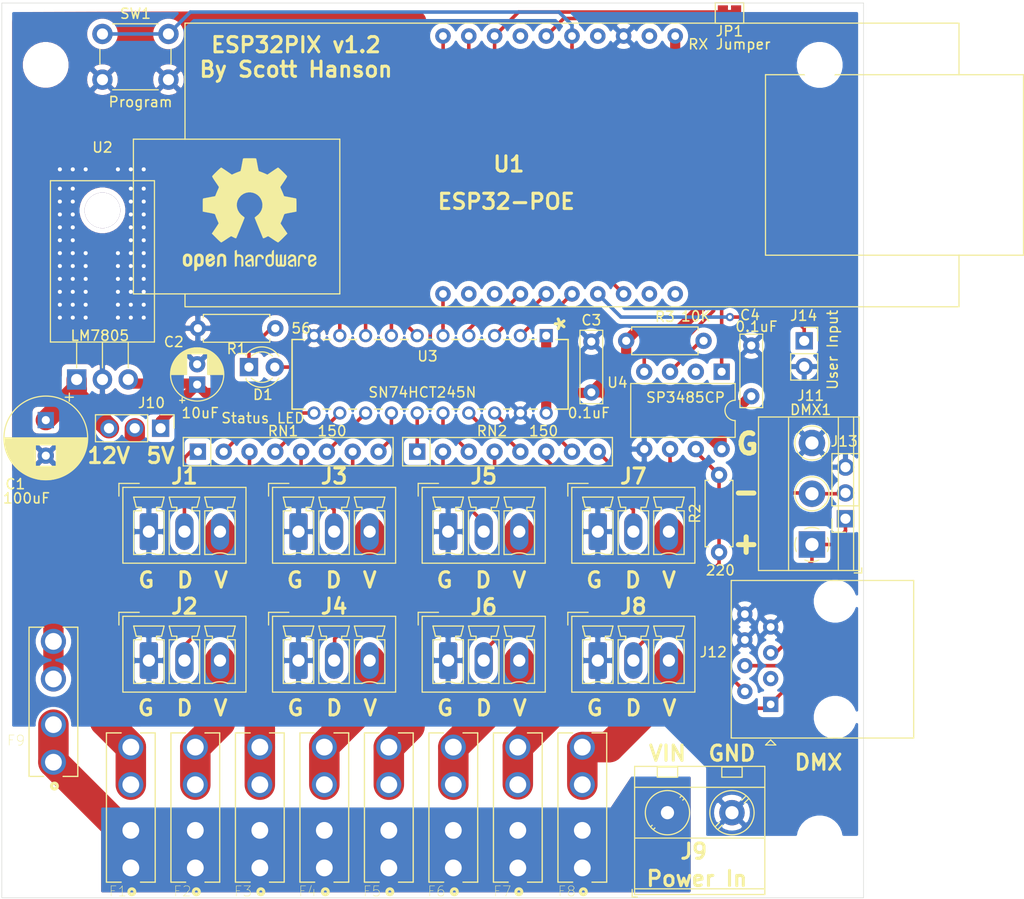
<source format=kicad_pcb>
(kicad_pcb (version 20171130) (host pcbnew "(5.1.9)-1")
  (title_block (title ESP32PIX) (date 2019-06-19) (rev v1.2) (company ScottNation))
  (layers (0 F.Cu signal) (31 B.Cu signal) (34 B.Paste user) (35 F.Paste user) (36 B.SilkS user) (37 F.SilkS user) (38 B.Mask user) (39 F.Mask user) (44 Edge.Cuts user))
  (net 0 "")
  (net 1 GND)
  (net 2 +VDC)
  (net 3 +5V)
  (net 4 /VOUT1)
  (net 5 /VOUT2)
  (net 6 /VOUT3)
  (net 7 /VOUT4)
  (net 8 /VOUT6)
  (net 9 /VOUT7)
  (net 10 /VOUT8)
  (net 11 "Net-(U1-Pad4)")
  (net 12 "Net-(U1-Pad2)")
  (net 13 /VIN)
  (net 14 "Net-(RN1-Pad4)")
  (net 15 "Net-(RN1-Pad2)")
  (net 16 "Net-(RN2-Pad3)")
  (net 17 "Net-(RN2-Pad1)")
  (net 18 "Net-(RN1-Pad8)")
  (net 19 "Net-(RN1-Pad6)")
  (net 20 "Net-(RN2-Pad7)")
  (net 21 "Net-(RN2-Pad5)")
  (net 22 "Net-(D1-Pad1)")
  (net 23 "Net-(U4-Pad2)")
  (net 24 /GPIO5)
  (net 25 "Net-(U1-Pad13)")
  (net 26 "Net-(U1-Pad12)")
  (net 27 "Net-(U1-Pad7)")
  (net 28 /DMX-)
  (net 29 /DMX+)
  (net 30 /GPIO34)
  (net 31 /GPIO35)
  (net 32 /GPIO33)
  (net 33 /GPIO32)
  (net 34 /GPIO16)
  (net 35 /TXD)
  (net 36 /GPIO0)
  (net 37 /DOUT1)
  (net 38 /DOUT2)
  (net 39 /DOUT3)
  (net 40 /DOUT4)
  (net 41 /DOUT5)
  (net 42 /DOUT6)
  (net 43 /DOUT7)
  (net 44 /DOUT8)
  (net 45 /GPIO13)
  (net 46 /GPIO4)
  (net 47 /RXD)
  (net 48 /DE)
  (net 49 /VOUT5)
  (net 50 /9V)
  (net 51 "Net-(U1-Pad20)")
  (net 52 "Net-(U1-Pad19)")
  (net 53 /GPIO3)
  (net 54 /12V)
  (module Connector_PinHeader_2.54mm:PinHeader_1x03_P2.54mm_Vertical (layer F.Cu) (at 131.2 87.1 270)
    (fp_text reference J10 (at -2.5 0.9 180) (layer F.SilkS))
    (fp_text value "Vin Select")
    (pad 3 thru_hole oval (at 0 5.08 270) (size 1.7 1.7) (drill 1) (layers *.Cu *.Mask) (net 54 /12V))
    (pad 2 thru_hole oval (at 0 2.54 270) (size 1.7 1.7) (drill 1) (layers *.Cu *.Mask) (net 13 /VIN))
    (pad 1 thru_hole rect (at 0 0 270) (size 1.7 1.7) (drill 1) (layers *.Cu *.Mask) (net 3 +5V))
  )
  (module Jumper:SolderJumper-2_P1.3mm_Bridged_Pad1.0x1.5mm (layer F.Cu) (at 187.2084 46.1899 180)
    (fp_text reference JP1 (at 0 -1.8 180) (layer F.SilkS))
    (fp_text value "RX Jumper" (at 0.0104 -3.0861 180) (layer F.SilkS))
    (fp_poly (pts (xy -0.25 -0.3) (xy 0.25 -0.3) (xy 0.25 0.3) (xy -0.25 0.3)) (layer F.Cu) (width 0))
    (pad 2 smd rect (at 0.65 0 180) (size 1 1.5) (layers F.Cu F.Mask) (net 53 /GPIO3))
    (pad 1 smd rect (at -0.65 0 180) (size 1 1.5) (layers F.Cu F.Mask) (net 47 /RXD))
  )
  (module Symbol:OSHW-Logo2_14.6x12mm_SilkScreen (layer F.Cu) (at 139.9667 66.0527)
    (fp_text reference REF** hide)
    (fp_text value OSHW-Logo2_14.6x12mm_SilkScreen hide)
  )
  (module ESP32-DEVKITC:XCVR_ESP32-POE (layer F.Cu) (at 176.784 54.8132 270)
    (fp_text reference U1 (at 6.2738 11.303 180) (layer F.SilkS) (effects (font (size 1.5 1.5) (thickness 0.3))))
    (fp_text value ESP32-POE (at 9.9568 11.557 180) (layer F.SilkS) (effects (font (size 1.5 1.5) (thickness 0.3))))
    (pad 20 thru_hole circle (at 19.05 -5.08 270) (size 1.524 1.524) (drill 0.762) (layers *.Cu *.Mask) (net 51 "Net-(U1-Pad20)"))
    (pad 19 thru_hole circle (at 19.05 -2.54 270) (size 1.524 1.524) (drill 0.762) (layers *.Cu *.Mask) (net 52 "Net-(U1-Pad19)"))
    (pad 18 thru_hole circle (at 19.05 0 270) (size 1.524 1.524) (drill 0.762) (layers *.Cu *.Mask) (net 31 /GPIO35))
    (pad 17 thru_hole circle (at 19.05 2.54 270) (size 1.524 1.524) (drill 0.762) (layers *.Cu *.Mask) (net 30 /GPIO34))
    (pad 16 thru_hole circle (at 19.05 5.08 270) (size 1.524 1.524) (drill 0.762) (layers *.Cu *.Mask) (net 32 /GPIO33))
    (pad 15 thru_hole circle (at 19.05 7.62 270) (size 1.524 1.524) (drill 0.762) (layers *.Cu *.Mask) (net 33 /GPIO32))
    (pad 14 thru_hole circle (at 19.05 10.16 270) (size 1.524 1.524) (drill 0.762) (layers *.Cu *.Mask) (net 34 /GPIO16))
    (pad 13 thru_hole circle (at 19.05 12.7 270) (size 1.524 1.524) (drill 0.762) (layers *.Cu *.Mask) (net 25 "Net-(U1-Pad13)"))
    (pad 12 thru_hole circle (at 19.05 15.24 270) (size 1.524 1.524) (drill 0.762) (layers *.Cu *.Mask) (net 26 "Net-(U1-Pad12)"))
    (pad 11 thru_hole circle (at 19.05 17.78 270) (size 1.524 1.524) (drill 0.762) (layers *.Cu *.Mask) (net 45 /GPIO13))
    (pad 10 thru_hole circle (at -6.35 17.78 270) (size 1.524 1.524) (drill 0.762) (layers *.Cu *.Mask) (net 24 /GPIO5))
    (pad 9 thru_hole circle (at -6.35 15.24 270) (size 1.524 1.524) (drill 0.762) (layers *.Cu *.Mask) (net 46 /GPIO4))
    (pad 8 thru_hole circle (at -6.35 12.7 270) (size 1.524 1.524) (drill 0.762) (layers *.Cu *.Mask) (net 53 /GPIO3))
    (pad 7 thru_hole circle (at -6.35 10.16 270) (size 1.524 1.524) (drill 0.762) (layers *.Cu *.Mask) (net 27 "Net-(U1-Pad7)"))
    (pad 6 thru_hole circle (at -6.35 7.62 270) (size 1.524 1.524) (drill 0.762) (layers *.Cu *.Mask) (net 35 /TXD))
    (pad 5 thru_hole circle (at -6.35 5.08 270) (size 1.524 1.524) (drill 0.762) (layers *.Cu *.Mask) (net 36 /GPIO0))
    (pad 4 thru_hole circle (at -6.35 2.54 270) (size 1.524 1.524) (drill 0.762) (layers *.Cu *.Mask) (net 11 "Net-(U1-Pad4)"))
    (pad 3 thru_hole circle (at -6.35 0 270) (size 1.524 1.524) (drill 0.762) (layers *.Cu *.Mask) (net 1 GND))
    (pad 2 thru_hole circle (at -6.35 -2.54 270) (size 1.524 1.524) (drill 0.762) (layers *.Cu *.Mask) (net 12 "Net-(U1-Pad2)"))
    (pad 1 thru_hole circle (at -6.35 -5.08 270) (size 1.524 1.524) (drill 0.762) (layers *.Cu *.Mask) (net 3 +5V))
  )
  (module Connector_PinSocket_2.54mm:PinSocket_1x03_P2.54mm_Vertical (layer F.Cu) (at 198.628 96.012 180)
    (fp_text reference J13 (at 0.127 7.62 180) (layer F.SilkS))
    (fp_text value DMX2)
    (pad 3 thru_hole oval (at 0 5.08 180) (size 1.7 1.7) (drill 1) (layers *.Cu *.Mask) (net 1 GND))
    (pad 2 thru_hole oval (at 0 2.54 180) (size 1.7 1.7) (drill 1) (layers *.Cu *.Mask) (net 28 /DMX-))
    (pad 1 thru_hole rect (at 0 0 180) (size 1.7 1.7) (drill 1) (layers *.Cu *.Mask) (net 29 /DMX+))
  )
  (module Connector_RJ:RJ45_Amphenol_54602-x08_Horizontal (layer F.Cu) (at 191.262 114.3 90)
    (fp_text reference J12 (at 5.1435 -5.6515 180) (layer F.SilkS))
    (fp_text value RJ45)
    (pad 8 thru_hole circle (at 8.89 -2.54 90) (size 1.5 1.5) (drill 0.76) (layers *.Cu *.Mask) (net 1 GND))
    (pad 7 thru_hole circle (at 7.62 0 90) (size 1.5 1.5) (drill 0.76) (layers *.Cu *.Mask) (net 1 GND))
    (pad 6 thru_hole circle (at 6.35 -2.54 90) (size 1.5 1.5) (drill 0.76) (layers *.Cu *.Mask) (net 1 GND))
    (pad 5 thru_hole circle (at 5.08 0 90) (size 1.5 1.5) (drill 0.76) (layers *.Cu *.Mask) (net 28 /DMX-))
    (pad 4 thru_hole circle (at 3.81 -2.54 90) (size 1.5 1.5) (drill 0.76) (layers *.Cu *.Mask) (net 29 /DMX+))
    (pad 3 thru_hole circle (at 2.54 0 90) (size 1.5 1.5) (drill 0.76) (layers *.Cu *.Mask) (net 50 /9V))
    (pad 2 thru_hole circle (at 1.27 -2.54 90) (size 1.5 1.5) (drill 0.76) (layers *.Cu *.Mask) (net 28 /DMX-))
    (pad 1 thru_hole rect (at 0 0 90) (size 1.5 1.5) (drill 0.76) (layers *.Cu *.Mask) (net 29 /DMX+))
    (pad "" np_thru_hole circle (at -1.27 6.35 90) (size 3.2 3.2) (drill 3.2) (layers *.Cu *.Mask))
    (pad "" np_thru_hole circle (at 10.16 6.35 90) (size 3.2 3.2) (drill 3.2) (layers *.Cu *.Mask))
  )
  (module Resistor_THT:R_Axial_DIN0207_L6.3mm_D2.5mm_P7.62mm_Horizontal (layer F.Cu) (at 177.038 78.486)
    (fp_text reference R3 (at 3.81 -2.37) (layer F.SilkS))
    (fp_text value 10K (at 6.858 -2.413) (layer F.SilkS))
    (pad 2 thru_hole oval (at 7.62 0) (size 1.6 1.6) (drill 0.8) (layers *.Cu *.Mask) (net 48 /DE))
    (pad 1 thru_hole circle (at 0 0) (size 1.6 1.6) (drill 0.8) (layers *.Cu *.Mask) (net 3 +5V))
  )
  (module LED_THT:LED_D3.0mm (layer F.Cu) (at 139.9032 81.0768)
    (fp_text reference D1 (at 1.3716 2.7178) (layer F.SilkS))
    (fp_text value "Status LED" (at 1.3716 5.0232) (layer F.SilkS))
    (pad 2 thru_hole circle (at 2.54 0) (size 1.8 1.8) (drill 0.9) (layers *.Cu *.Mask) (net 31 /GPIO35))
    (pad 1 thru_hole rect (at 0 0) (size 1.8 1.8) (drill 0.9) (layers *.Cu *.Mask) (net 22 "Net-(D1-Pad1)"))
  )
  (module Resistor_THT:R_Axial_DIN0207_L6.3mm_D2.5mm_P7.62mm_Horizontal (layer F.Cu) (at 142.494 77.2541 180)
    (fp_text reference R1 (at 3.81 -2.032 180) (layer F.SilkS))
    (fp_text value 56 (at -2.54 0) (layer F.SilkS))
    (pad 2 thru_hole oval (at 7.62 0 180) (size 1.6 1.6) (drill 0.8) (layers *.Cu *.Mask) (net 1 GND))
    (pad 1 thru_hole circle (at 0 0 180) (size 1.6 1.6) (drill 0.8) (layers *.Cu *.Mask) (net 22 "Net-(D1-Pad1)"))
  )
  (module Connector_PinSocket_2.54mm:PinSocket_1x02_P2.54mm_Vertical (layer F.Cu) (at 194.564 78.486)
    (fp_text reference J14 (at -0.0508 -2.4765) (layer F.SilkS))
    (fp_text value "User Input" (at 2.794 0.889 90) (layer F.SilkS))
    (pad 1 thru_hole rect (at 0 0) (size 1.7 1.7) (drill 1) (layers *.Cu *.Mask) (net 30 /GPIO34))
    (pad 2 thru_hole oval (at 0 2.54) (size 1.7 1.7) (drill 1) (layers *.Cu *.Mask) (net 1 GND))
  )
  (module Buttons_Switches_THT:SW_PUSH_6mm (layer F.Cu) (at 125.476 48.26)
    (fp_text reference SW1 (at 3.25 -2) (layer F.SilkS))
    (fp_text value Program (at 3.75 6.7) (layer F.SilkS))
    (pad 2 thru_hole circle (at 0 4.5 90) (size 2 2) (drill 1.1) (layers *.Cu *.Mask) (net 1 GND))
    (pad 1 thru_hole circle (at 0 0 90) (size 2 2) (drill 1.1) (layers *.Cu *.Mask) (net 36 /GPIO0))
    (pad 2 thru_hole circle (at 6.5 4.5 90) (size 2 2) (drill 1.1) (layers *.Cu *.Mask) (net 1 GND))
    (pad 1 thru_hole circle (at 6.5 0 90) (size 2 2) (drill 1.1) (layers *.Cu *.Mask) (net 36 /GPIO0))
  )
  (module Package_DIP:DIP-8_W7.62mm (layer F.Cu) (at 186.436 81.534 270)
    (fp_text reference U4 (at 1.0668 10.2616) (layer F.SilkS))
    (fp_text value SP3485CP (at 2.54 3.556) (layer F.SilkS))
    (pad 8 thru_hole oval (at 7.62 0 270) (size 1.6 1.6) (drill 0.8) (layers *.Cu *.Mask) (net 3 +5V))
    (pad 4 thru_hole oval (at 0 7.62 270) (size 1.6 1.6) (drill 0.8) (layers *.Cu *.Mask) (net 35 /TXD))
    (pad 7 thru_hole oval (at 7.62 2.54 270) (size 1.6 1.6) (drill 0.8) (layers *.Cu *.Mask) (net 28 /DMX-))
    (pad 3 thru_hole oval (at 0 5.08 270) (size 1.6 1.6) (drill 0.8) (layers *.Cu *.Mask) (net 48 /DE))
    (pad 6 thru_hole oval (at 7.62 5.08 270) (size 1.6 1.6) (drill 0.8) (layers *.Cu *.Mask) (net 29 /DMX+))
    (pad 2 thru_hole oval (at 0 2.54 270) (size 1.6 1.6) (drill 0.8) (layers *.Cu *.Mask) (net 23 "Net-(U4-Pad2)"))
    (pad 5 thru_hole oval (at 7.62 7.62 270) (size 1.6 1.6) (drill 0.8) (layers *.Cu *.Mask) (net 1 GND))
    (pad 1 thru_hole rect (at 0 0 270) (size 1.6 1.6) (drill 0.8) (layers *.Cu *.Mask) (net 47 /RXD))
  )
  (module Resistor_THT:R_Axial_DIN0207_L6.3mm_D2.5mm_P7.62mm_Horizontal (layer F.Cu) (at 186.182 99.314 90)
    (fp_text reference R2 (at 3.81 -2.37 90) (layer F.SilkS))
    (fp_text value 220 (at -1.778 0.127 180) (layer F.SilkS))
    (pad 2 thru_hole oval (at 7.62 0 90) (size 1.6 1.6) (drill 0.8) (layers *.Cu *.Mask) (net 28 /DMX-))
    (pad 1 thru_hole circle (at 0 0 90) (size 1.6 1.6) (drill 0.8) (layers *.Cu *.Mask) (net 29 /DMX+))
  )
  (module TerminalBlock_Phoenix:TerminalBlock_Phoenix_MKDS-1,5-3_1x03_P5.00mm_Horizontal (layer F.Cu) (at 195.326 98.552 90)
    (fp_text reference J11 (at 14.6685 -0.127 180) (layer F.SilkS))
    (fp_text value DMX1 (at 13.2715 -0.127 180) (layer F.SilkS))
    (pad 3 thru_hole circle (at 10 0 90) (size 2.6 2.6) (drill 1.3) (layers *.Cu *.Mask) (net 1 GND))
    (pad 2 thru_hole circle (at 5 0 90) (size 2.6 2.6) (drill 1.3) (layers *.Cu *.Mask) (net 28 /DMX-))
    (pad 1 thru_hole rect (at 0 0 90) (size 2.6 2.6) (drill 1.3) (layers *.Cu *.Mask) (net 29 /DMX+))
  )
  (module Capacitor_THT:C_Rect_L7.0mm_W2.0mm_P5.00mm (layer F.Cu) (at 189.357 83.947 90)
    (fp_text reference C4 (at 8.001 -0.127 180) (layer F.SilkS))
    (fp_text value 0.1uF (at 6.858 0.508 180) (layer F.SilkS))
    (pad 2 thru_hole circle (at 5 0 90) (size 1.6 1.6) (drill 0.8) (layers *.Cu *.Mask) (net 1 GND))
    (pad 1 thru_hole circle (at 0 0 90) (size 1.6 1.6) (drill 0.8) (layers *.Cu *.Mask) (net 3 +5V))
  )
  (module Package_TO_SOT_THT:TO-220-3_Horizontal_TabDown (layer F.Cu) (at 122.936 82.296)
    (fp_text reference U2 (at 2.54 -22.86) (layer F.SilkS))
    (fp_text value LM7805 (at 2.286 -4.318) (layer F.SilkS))
    (pad 3 thru_hole oval (at 5.08 0) (size 1.905 2) (drill 1.1) (layers *.Cu *.Mask) (net 3 +5V))
    (pad 2 thru_hole oval (at 2.54 0) (size 1.905 2) (drill 1.1) (layers *.Cu *.Mask) (net 1 GND))
    (pad 1 thru_hole rect (at 0 0) (size 1.905 2) (drill 1.1) (layers *.Cu *.Mask) (net 54 /12V))
    (pad "" thru_hole oval (at 2.54 -16.66) (size 3.5 3.5) (drill 3.5) (layers *.Cu *.Mask))
  )
  (module Connector_Phoenix_MC:PhoenixContact_MCV_1,5_3-G-3.5_1x03_P3.50mm_Vertical (layer F.Cu) (at 130.048 109.982)
    (fp_text reference J2 (at 3.5 -5.334) (layer F.SilkS) (effects (font (size 1.5 1.5) (thickness 0.3))))
    (fp_text value String2)
    (pad 3 thru_hole oval (at 7 0) (size 1.8 3.6) (drill 1.2) (layers *.Cu *.Mask) (net 5 /VOUT2))
    (pad 2 thru_hole oval (at 3.5 0) (size 1.8 3.6) (drill 1.2) (layers *.Cu *.Mask) (net 38 /DOUT2))
    (pad 1 thru_hole roundrect (at 0 0) (size 1.8 3.6) (drill 1.2) (layers *.Cu *.Mask) (roundrect_rratio 0.1388888888888889) (net 1 GND))
  )
  (module Connector_Phoenix_MC:PhoenixContact_MCV_1,5_3-G-3.5_1x03_P3.50mm_Vertical (layer F.Cu) (at 159.512 109.982)
    (fp_text reference J6 (at 3.5 -5.2832) (layer F.SilkS) (effects (font (size 1.5 1.5) (thickness 0.3))))
    (fp_text value String6)
    (pad 3 thru_hole oval (at 7 0) (size 1.8 3.6) (drill 1.2) (layers *.Cu *.Mask) (net 8 /VOUT6))
    (pad 2 thru_hole oval (at 3.5 0) (size 1.8 3.6) (drill 1.2) (layers *.Cu *.Mask) (net 42 /DOUT6))
    (pad 1 thru_hole roundrect (at 0 0) (size 1.8 3.6) (drill 1.2) (layers *.Cu *.Mask) (roundrect_rratio 0.1388888888888889) (net 1 GND))
  )
  (module Connector_Phoenix_MC:PhoenixContact_MCV_1,5_3-G-3.5_1x03_P3.50mm_Vertical (layer F.Cu) (at 144.78 109.982)
    (fp_text reference J4 (at 3.5 -5.334) (layer F.SilkS) (effects (font (size 1.5 1.5) (thickness 0.3))))
    (fp_text value String4)
    (pad 3 thru_hole oval (at 7 0) (size 1.8 3.6) (drill 1.2) (layers *.Cu *.Mask) (net 7 /VOUT4))
    (pad 2 thru_hole oval (at 3.5 0) (size 1.8 3.6) (drill 1.2) (layers *.Cu *.Mask) (net 40 /DOUT4))
    (pad 1 thru_hole roundrect (at 0 0) (size 1.8 3.6) (drill 1.2) (layers *.Cu *.Mask) (roundrect_rratio 0.1388888888888889) (net 1 GND))
  )
  (module Connector_Phoenix_MC:PhoenixContact_MCV_1,5_3-G-3.5_1x03_P3.50mm_Vertical (layer F.Cu) (at 174.244 109.982)
    (fp_text reference J8 (at 3.5 -5.334) (layer F.SilkS) (effects (font (size 1.5 1.5) (thickness 0.3))))
    (fp_text value String8)
    (pad 3 thru_hole oval (at 7 0) (size 1.8 3.6) (drill 1.2) (layers *.Cu *.Mask) (net 10 /VOUT8))
    (pad 2 thru_hole oval (at 3.5 0) (size 1.8 3.6) (drill 1.2) (layers *.Cu *.Mask) (net 44 /DOUT8))
    (pad 1 thru_hole roundrect (at 0 0) (size 1.8 3.6) (drill 1.2) (layers *.Cu *.Mask) (roundrect_rratio 0.1388888888888889) (net 1 GND))
  )
  (module Resistor_THT:R_Array_SIP8 (layer F.Cu) (at 156.464 89.408)
    (fp_text reference RN2 (at 7.366 -2.032) (layer F.SilkS))
    (fp_text value 150 (at 12.446 -2.032) (layer F.SilkS))
    (pad 8 thru_hole oval (at 17.78 0) (size 1.6 1.6) (drill 0.8) (layers *.Cu *.Mask) (net 44 /DOUT8))
    (pad 7 thru_hole oval (at 15.24 0) (size 1.6 1.6) (drill 0.8) (layers *.Cu *.Mask) (net 20 "Net-(RN2-Pad7)"))
    (pad 6 thru_hole oval (at 12.7 0) (size 1.6 1.6) (drill 0.8) (layers *.Cu *.Mask) (net 43 /DOUT7))
    (pad 5 thru_hole oval (at 10.16 0) (size 1.6 1.6) (drill 0.8) (layers *.Cu *.Mask) (net 21 "Net-(RN2-Pad5)"))
    (pad 4 thru_hole oval (at 7.62 0) (size 1.6 1.6) (drill 0.8) (layers *.Cu *.Mask) (net 42 /DOUT6))
    (pad 3 thru_hole oval (at 5.08 0) (size 1.6 1.6) (drill 0.8) (layers *.Cu *.Mask) (net 16 "Net-(RN2-Pad3)"))
    (pad 2 thru_hole oval (at 2.54 0) (size 1.6 1.6) (drill 0.8) (layers *.Cu *.Mask) (net 41 /DOUT5))
    (pad 1 thru_hole rect (at 0 0) (size 1.6 1.6) (drill 0.8) (layers *.Cu *.Mask) (net 17 "Net-(RN2-Pad1)"))
  )
  (module Resistor_THT:R_Array_SIP8 (layer F.Cu) (at 134.874 89.408)
    (fp_text reference RN1 (at 8.382 -2.032) (layer F.SilkS))
    (fp_text value 150 (at 13.208 -2.032) (layer F.SilkS))
    (pad 8 thru_hole oval (at 17.78 0) (size 1.6 1.6) (drill 0.8) (layers *.Cu *.Mask) (net 18 "Net-(RN1-Pad8)"))
    (pad 7 thru_hole oval (at 15.24 0) (size 1.6 1.6) (drill 0.8) (layers *.Cu *.Mask) (net 40 /DOUT4))
    (pad 6 thru_hole oval (at 12.7 0) (size 1.6 1.6) (drill 0.8) (layers *.Cu *.Mask) (net 19 "Net-(RN1-Pad6)"))
    (pad 5 thru_hole oval (at 10.16 0) (size 1.6 1.6) (drill 0.8) (layers *.Cu *.Mask) (net 39 /DOUT3))
    (pad 4 thru_hole oval (at 7.62 0) (size 1.6 1.6) (drill 0.8) (layers *.Cu *.Mask) (net 14 "Net-(RN1-Pad4)"))
    (pad 3 thru_hole oval (at 5.08 0) (size 1.6 1.6) (drill 0.8) (layers *.Cu *.Mask) (net 38 /DOUT2))
    (pad 2 thru_hole oval (at 2.54 0) (size 1.6 1.6) (drill 0.8) (layers *.Cu *.Mask) (net 15 "Net-(RN1-Pad2)"))
    (pad 1 thru_hole rect (at 0 0) (size 1.6 1.6) (drill 0.8) (layers *.Cu *.Mask) (net 37 /DOUT1))
  )
  (module Capacitor_THT:C_Rect_L7.0mm_W2.0mm_P5.00mm (layer F.Cu) (at 173.609 83.566 90)
    (fp_text reference C3 (at 7.112 0 180) (layer F.SilkS))
    (fp_text value 0.1uF (at -2.032 -0.254 180) (layer F.SilkS))
    (pad 2 thru_hole circle (at 5 0 90) (size 1.6 1.6) (drill 0.8) (layers *.Cu *.Mask) (net 1 GND))
    (pad 1 thru_hole circle (at 0 0 90) (size 1.6 1.6) (drill 0.8) (layers *.Cu *.Mask) (net 3 +5V))
  )
  (module MountingHole:MountingHole_3.5mm (layer F.Cu) (at 119.888 51.308)
    (fp_text reference H1)
    (fp_text value MountingHole_3.5mm)
    (pad 1 np_thru_hole circle (at 0 0) (size 3.5 3.5) (drill 3.5) (layers *.Cu *.Mask))
  )
  (module MountingHole:MountingHole_3.5mm (layer F.Cu) (at 119.888 127.508)
    (fp_text reference H3)
    (fp_text value MountingHole_3.5mm)
    (pad 1 np_thru_hole circle (at 0 0) (size 3.5 3.5) (drill 3.5) (layers *.Cu *.Mask))
  )
  (module MountingHole:MountingHole_3.5mm (layer F.Cu) (at 196.088 51.308)
    (fp_text reference H2)
    (fp_text value MountingHole_3.5mm)
    (pad 1 np_thru_hole circle (at 0 0) (size 3.5 3.5) (drill 3.5) (layers *.Cu *.Mask))
  )
  (module MountingHole:MountingHole_3.5mm (layer F.Cu) (at 196.088 127.508)
    (fp_text reference H4)
    (fp_text value MountingHole_3.5mm)
    (pad 1 np_thru_hole circle (at 0 0) (size 3.5 3.5) (drill 3.5) (layers *.Cu *.Mask))
  )
  (module Capacitor_THT:CP_Radial_D8.0mm_P3.50mm (layer F.Cu) (at 119.9 86.3 270)
    (fp_text reference C1 (at 6.3 3) (layer F.SilkS))
    (fp_text value 100uF (at 7.7 1.9) (layer F.SilkS))
    (pad 2 thru_hole circle (at 3.5 0 270) (size 1.6 1.6) (drill 0.8) (layers *.Cu *.Mask) (net 1 GND))
    (pad 1 thru_hole rect (at 0 0 270) (size 1.6 1.6) (drill 0.8) (layers *.Cu *.Mask) (net 54 /12V))
  )
  (module Keystone_Fuse:FUSE_3544-2 (layer F.Cu) (at 120.65 114.046 90)
    (fp_text reference F9 (at -3.81 -3.683) (layer F.SilkS) (effects (font (thickness 0.05))))
    (fp_text value 3544-2)
    (pad 2_2 thru_hole circle (at 5.95 0 90) (size 2.475 2.475) (drill 1.65) (layers *.Cu *.Mask) (net 13 /VIN))
    (pad 1_1 thru_hole circle (at -5.95 0 90) (size 2.475 2.475) (drill 1.65) (layers *.Cu *.Mask) (net 2 +VDC))
    (pad 2_1 thru_hole circle (at 2.25 0 90) (size 2.475 2.475) (drill 1.65) (layers *.Cu *.Mask) (net 13 /VIN))
    (pad 1_2 thru_hole circle (at -2.25 0 90) (size 2.475 2.475) (drill 1.65) (layers *.Cu *.Mask) (net 2 +VDC))
  )
  (module SN74HCT245N:SN74HCT245N (layer F.Cu) (at 146.304 85.598 270)
    (fp_text reference U3 (at -5.588 -11.176) (layer F.SilkS))
    (fp_text value SN74HCT245N (at -2.032 -10.668) (layer F.SilkS))
    (fp_text user * (at -8.7884 -24.8412 270) (layer F.SilkS) (effects (font (size 2 2) (thickness 0.3))))
    (pad 20 thru_hole circle (at 0 -22.86 270) (size 1.2954 1.2954) (drill 0.7874) (layers *.Cu *.Mask) (net 3 +5V))
    (pad 19 thru_hole circle (at 0 -20.32 270) (size 1.2954 1.2954) (drill 0.7874) (layers *.Cu *.Mask) (net 1 GND))
    (pad 18 thru_hole circle (at 0 -17.78 270) (size 1.2954 1.2954) (drill 0.7874) (layers *.Cu *.Mask) (net 20 "Net-(RN2-Pad7)"))
    (pad 17 thru_hole circle (at 0 -15.24 270) (size 1.2954 1.2954) (drill 0.7874) (layers *.Cu *.Mask) (net 21 "Net-(RN2-Pad5)"))
    (pad 16 thru_hole circle (at 0 -12.7 270) (size 1.2954 1.2954) (drill 0.7874) (layers *.Cu *.Mask) (net 16 "Net-(RN2-Pad3)"))
    (pad 15 thru_hole circle (at 0 -10.16 270) (size 1.2954 1.2954) (drill 0.7874) (layers *.Cu *.Mask) (net 17 "Net-(RN2-Pad1)"))
    (pad 14 thru_hole circle (at 0 -7.62 270) (size 1.2954 1.2954) (drill 0.7874) (layers *.Cu *.Mask) (net 18 "Net-(RN1-Pad8)"))
    (pad 13 thru_hole circle (at 0 -5.08 270) (size 1.2954 1.2954) (drill 0.7874) (layers *.Cu *.Mask) (net 19 "Net-(RN1-Pad6)"))
    (pad 12 thru_hole circle (at 0 -2.54 270) (size 1.2954 1.2954) (drill 0.7874) (layers *.Cu *.Mask) (net 14 "Net-(RN1-Pad4)"))
    (pad 11 thru_hole circle (at 0 0 270) (size 1.2954 1.2954) (drill 0.7874) (layers *.Cu *.Mask) (net 15 "Net-(RN1-Pad2)"))
    (pad 10 thru_hole circle (at -7.62 0 270) (size 1.2954 1.2954) (drill 0.7874) (layers *.Cu *.Mask) (net 1 GND))
    (pad 9 thru_hole circle (at -7.62 -2.54 270) (size 1.2954 1.2954) (drill 0.7874) (layers *.Cu *.Mask) (net 24 /GPIO5))
    (pad 8 thru_hole circle (at -7.62 -5.08 270) (size 1.2954 1.2954) (drill 0.7874) (layers *.Cu *.Mask) (net 46 /GPIO4))
    (pad 7 thru_hole circle (at -7.62 -7.62 270) (size 1.2954 1.2954) (drill 0.7874) (layers *.Cu *.Mask) (net 53 /GPIO3))
    (pad 6 thru_hole circle (at -7.62 -10.16 270) (size 1.2954 1.2954) (drill 0.7874) (layers *.Cu *.Mask) (net 36 /GPIO0))
    (pad 5 thru_hole circle (at -7.62 -12.7 270) (size 1.2954 1.2954) (drill 0.7874) (layers *.Cu *.Mask) (net 45 /GPIO13))
    (pad 4 thru_hole circle (at -7.62 -15.24 270) (size 1.2954 1.2954) (drill 0.7874) (layers *.Cu *.Mask) (net 34 /GPIO16))
    (pad 3 thru_hole circle (at -7.62 -17.78 270) (size 1.2954 1.2954) (drill 0.7874) (layers *.Cu *.Mask) (net 33 /GPIO32))
    (pad 2 thru_hole circle (at -7.62 -20.32 270) (size 1.2954 1.2954) (drill 0.7874) (layers *.Cu *.Mask) (net 32 /GPIO33))
    (pad 1 thru_hole rect (at -7.62 -22.86 270) (size 1.2954 1.2954) (drill 0.7874) (layers *.Cu *.Mask) (net 3 +5V))
  )
  (module Keystone_Fuse:FUSE_3544-2 (layer F.Cu) (at 128.27 124.46 90)
    (fp_text reference F1 (at -8.255 -1.27 180) (layer F.SilkS) (effects (font (thickness 0.05))))
    (fp_text value 3544-2)
    (pad 2_2 thru_hole circle (at 5.95 0 90) (size 2.475 2.475) (drill 1.65) (layers *.Cu *.Mask) (net 4 /VOUT1))
    (pad 1_1 thru_hole circle (at -5.95 0 90) (size 2.475 2.475) (drill 1.65) (layers *.Cu *.Mask) (net 2 +VDC))
    (pad 2_1 thru_hole circle (at 2.25 0 90) (size 2.475 2.475) (drill 1.65) (layers *.Cu *.Mask) (net 4 /VOUT1))
    (pad 1_2 thru_hole circle (at -2.25 0 90) (size 2.475 2.475) (drill 1.65) (layers *.Cu *.Mask) (net 2 +VDC))
  )
  (module Connector_Phoenix_MC:PhoenixContact_MCV_1,5_3-G-3.5_1x03_P3.50mm_Vertical (layer F.Cu) (at 174.244 97.282)
    (fp_text reference J7 (at 3.5 -5.45) (layer F.SilkS) (effects (font (size 1.5 1.5) (thickness 0.3))))
    (fp_text value String7)
    (pad 3 thru_hole oval (at 7 0) (size 1.8 3.6) (drill 1.2) (layers *.Cu *.Mask) (net 9 /VOUT7))
    (pad 2 thru_hole oval (at 3.5 0) (size 1.8 3.6) (drill 1.2) (layers *.Cu *.Mask) (net 43 /DOUT7))
    (pad 1 thru_hole roundrect (at 0 0) (size 1.8 3.6) (drill 1.2) (layers *.Cu *.Mask) (roundrect_rratio 0.1388888888888889) (net 1 GND))
  )
  (module Keystone_Fuse:FUSE_3544-2 (layer F.Cu) (at 172.72 124.46 90)
    (fp_text reference F8 (at -8.255 -1.524 180) (layer F.SilkS) (effects (font (thickness 0.05))))
    (fp_text value 3544-2)
    (pad 2_2 thru_hole circle (at 5.95 0 90) (size 2.475 2.475) (drill 1.65) (layers *.Cu *.Mask) (net 10 /VOUT8))
    (pad 1_1 thru_hole circle (at -5.95 0 90) (size 2.475 2.475) (drill 1.65) (layers *.Cu *.Mask) (net 2 +VDC))
    (pad 2_1 thru_hole circle (at 2.25 0 90) (size 2.475 2.475) (drill 1.65) (layers *.Cu *.Mask) (net 10 /VOUT8))
    (pad 1_2 thru_hole circle (at -2.25 0 90) (size 2.475 2.475) (drill 1.65) (layers *.Cu *.Mask) (net 2 +VDC))
  )
  (module Keystone_Fuse:FUSE_3544-2 (layer F.Cu) (at 166.37 124.46 90)
    (fp_text reference F7 (at -8.255 -1.524 180) (layer F.SilkS) (effects (font (thickness 0.05))))
    (fp_text value 3544-2)
    (pad 2_2 thru_hole circle (at 5.95 0 90) (size 2.475 2.475) (drill 1.65) (layers *.Cu *.Mask) (net 9 /VOUT7))
    (pad 1_1 thru_hole circle (at -5.95 0 90) (size 2.475 2.475) (drill 1.65) (layers *.Cu *.Mask) (net 2 +VDC))
    (pad 2_1 thru_hole circle (at 2.25 0 90) (size 2.475 2.475) (drill 1.65) (layers *.Cu *.Mask) (net 9 /VOUT7))
    (pad 1_2 thru_hole circle (at -2.25 0 90) (size 2.475 2.475) (drill 1.65) (layers *.Cu *.Mask) (net 2 +VDC))
  )
  (module Keystone_Fuse:FUSE_3544-2 (layer F.Cu) (at 160.02 124.46 90)
    (fp_text reference F6 (at -8.255 -1.651 180) (layer F.SilkS) (effects (font (thickness 0.05))))
    (fp_text value 3544-2)
    (pad 2_2 thru_hole circle (at 5.95 0 90) (size 2.475 2.475) (drill 1.65) (layers *.Cu *.Mask) (net 8 /VOUT6))
    (pad 1_1 thru_hole circle (at -5.95 0 90) (size 2.475 2.475) (drill 1.65) (layers *.Cu *.Mask) (net 2 +VDC))
    (pad 2_1 thru_hole circle (at 2.25 0 90) (size 2.475 2.475) (drill 1.65) (layers *.Cu *.Mask) (net 8 /VOUT6))
    (pad 1_2 thru_hole circle (at -2.25 0 90) (size 2.475 2.475) (drill 1.65) (layers *.Cu *.Mask) (net 2 +VDC))
  )
  (module Keystone_Fuse:FUSE_3544-2 (layer F.Cu) (at 153.67 124.46 90)
    (fp_text reference F5 (at -8.255 -1.651 180) (layer F.SilkS) (effects (font (thickness 0.05))))
    (fp_text value 3544-2)
    (pad 2_2 thru_hole circle (at 5.95 0 90) (size 2.475 2.475) (drill 1.65) (layers *.Cu *.Mask) (net 49 /VOUT5))
    (pad 1_1 thru_hole circle (at -5.95 0 90) (size 2.475 2.475) (drill 1.65) (layers *.Cu *.Mask) (net 2 +VDC))
    (pad 2_1 thru_hole circle (at 2.25 0 90) (size 2.475 2.475) (drill 1.65) (layers *.Cu *.Mask) (net 49 /VOUT5))
    (pad 1_2 thru_hole circle (at -2.25 0 90) (size 2.475 2.475) (drill 1.65) (layers *.Cu *.Mask) (net 2 +VDC))
  )
  (module Keystone_Fuse:FUSE_3544-2 (layer F.Cu) (at 147.32 124.46 90)
    (fp_text reference F4 (at -8.255 -1.651 180) (layer F.SilkS) (effects (font (thickness 0.05))))
    (fp_text value 3544-2)
    (pad 2_2 thru_hole circle (at 5.95 0 90) (size 2.475 2.475) (drill 1.65) (layers *.Cu *.Mask) (net 7 /VOUT4))
    (pad 1_1 thru_hole circle (at -5.95 0 90) (size 2.475 2.475) (drill 1.65) (layers *.Cu *.Mask) (net 2 +VDC))
    (pad 2_1 thru_hole circle (at 2.25 0 90) (size 2.475 2.475) (drill 1.65) (layers *.Cu *.Mask) (net 7 /VOUT4))
    (pad 1_2 thru_hole circle (at -2.25 0 90) (size 2.475 2.475) (drill 1.65) (layers *.Cu *.Mask) (net 2 +VDC))
  )
  (module Keystone_Fuse:FUSE_3544-2 (layer F.Cu) (at 140.97 124.46 90)
    (fp_text reference F3 (at -8.255 -1.651 180) (layer F.SilkS) (effects (font (thickness 0.05))))
    (fp_text value 3544-2)
    (pad 2_2 thru_hole circle (at 5.95 0 90) (size 2.475 2.475) (drill 1.65) (layers *.Cu *.Mask) (net 6 /VOUT3))
    (pad 1_1 thru_hole circle (at -5.95 0 90) (size 2.475 2.475) (drill 1.65) (layers *.Cu *.Mask) (net 2 +VDC))
    (pad 2_1 thru_hole circle (at 2.25 0 90) (size 2.475 2.475) (drill 1.65) (layers *.Cu *.Mask) (net 6 /VOUT3))
    (pad 1_2 thru_hole circle (at -2.25 0 90) (size 2.475 2.475) (drill 1.65) (layers *.Cu *.Mask) (net 2 +VDC))
  )
  (module Keystone_Fuse:FUSE_3544-2 (layer F.Cu) (at 134.62 124.46 90)
    (fp_text reference F2 (at -8.255 -1.27 180) (layer F.SilkS) (effects (font (thickness 0.05))))
    (fp_text value 3544-2)
    (pad 2_2 thru_hole circle (at 5.95 0 90) (size 2.475 2.475) (drill 1.65) (layers *.Cu *.Mask) (net 5 /VOUT2))
    (pad 1_1 thru_hole circle (at -5.95 0 90) (size 2.475 2.475) (drill 1.65) (layers *.Cu *.Mask) (net 2 +VDC))
    (pad 2_1 thru_hole circle (at 2.25 0 90) (size 2.475 2.475) (drill 1.65) (layers *.Cu *.Mask) (net 5 /VOUT2))
    (pad 1_2 thru_hole circle (at -2.25 0 90) (size 2.475 2.475) (drill 1.65) (layers *.Cu *.Mask) (net 2 +VDC))
  )
  (module TerminalBlock_MetzConnect:TerminalBlock_MetzConnect_Type701_RT11L02HGLU_1x02_P6.35mm_Horizontal (layer F.Cu) (at 181.102 124.968)
    (fp_text reference J9 (at 2.5908 3.81) (layer F.SilkS) (effects (font (size 1.5 1.5) (thickness 0.3))))
    (fp_text value "Power In" (at 2.8956 6.5024) (layer F.SilkS) (effects (font (size 1.5 1.5) (thickness 0.3))))
    (pad 2 thru_hole circle (at 6.35 0) (size 2.5 2.5) (drill 1.3) (layers *.Cu *.Mask) (net 1 GND))
    (pad 1 thru_hole rect (at 0 0) (size 2.5 2.5) (drill 1.3) (layers *.Cu *.Mask) (net 2 +VDC))
  )
  (module Connector_Phoenix_MC:PhoenixContact_MCV_1,5_3-G-3.5_1x03_P3.50mm_Vertical (layer F.Cu) (at 159.512 97.282)
    (fp_text reference J5 (at 3.5 -5.45) (layer F.SilkS) (effects (font (size 1.5 1.5) (thickness 0.3))))
    (fp_text value String5)
    (pad 3 thru_hole oval (at 7 0) (size 1.8 3.6) (drill 1.2) (layers *.Cu *.Mask) (net 49 /VOUT5))
    (pad 2 thru_hole oval (at 3.5 0) (size 1.8 3.6) (drill 1.2) (layers *.Cu *.Mask) (net 41 /DOUT5))
    (pad 1 thru_hole roundrect (at 0 0) (size 1.8 3.6) (drill 1.2) (layers *.Cu *.Mask) (roundrect_rratio 0.1388888888888889) (net 1 GND))
  )
  (module Connector_Phoenix_MC:PhoenixContact_MCV_1,5_3-G-3.5_1x03_P3.50mm_Vertical (layer F.Cu) (at 144.78 97.282)
    (fp_text reference J3 (at 3.5 -5.45) (layer F.SilkS) (effects (font (size 1.5 1.5) (thickness 0.3))))
    (fp_text value String3)
    (pad 3 thru_hole oval (at 7 0) (size 1.8 3.6) (drill 1.2) (layers *.Cu *.Mask) (net 6 /VOUT3))
    (pad 2 thru_hole oval (at 3.5 0) (size 1.8 3.6) (drill 1.2) (layers *.Cu *.Mask) (net 39 /DOUT3))
    (pad 1 thru_hole roundrect (at 0 0) (size 1.8 3.6) (drill 1.2) (layers *.Cu *.Mask) (roundrect_rratio 0.1388888888888889) (net 1 GND))
  )
  (module Connector_Phoenix_MC:PhoenixContact_MCV_1,5_3-G-3.5_1x03_P3.50mm_Vertical (layer F.Cu) (at 130.048 97.282)
    (fp_text reference J1 (at 3.5 -5.45) (layer F.SilkS) (effects (font (size 1.5 1.5) (thickness 0.3))))
    (fp_text value String1)
    (pad 3 thru_hole oval (at 7 0) (size 1.8 3.6) (drill 1.2) (layers *.Cu *.Mask) (net 4 /VOUT1))
    (pad 2 thru_hole oval (at 3.5 0) (size 1.8 3.6) (drill 1.2) (layers *.Cu *.Mask) (net 37 /DOUT1))
    (pad 1 thru_hole roundrect (at 0 0) (size 1.8 3.6) (drill 1.2) (layers *.Cu *.Mask) (roundrect_rratio 0.1388888888888889) (net 1 GND))
  )
  (module Capacitor_THT:CP_Radial_D5.0mm_P2.00mm (layer F.Cu) (at 134.8 82.8 90)
    (fp_text reference C2 (at 4.2 -2.3) (layer F.SilkS))
    (fp_text value 10uF (at -2.8 0.3) (layer F.SilkS))
    (pad 2 thru_hole circle (at 2 0 90) (size 1.6 1.6) (drill 0.8) (layers *.Cu *.Mask) (net 1 GND))
    (pad 1 thru_hole rect (at 0 0 90) (size 1.6 1.6) (drill 0.8) (layers *.Cu *.Mask) (net 3 +5V))
  )
  (gr_text 12V (at 126.1 89.8) (layer F.SilkS) (effects (font (size 1.5 1.5) (thickness 0.3))))
  (gr_text 5V (at 131.2 89.8) (layer F.SilkS) (effects (font (size 1.5 1.5) (thickness 0.3))))
  (gr_text DMX (at 195.961 120.015) (layer F.SilkS) (effects (font (size 1.5 1.5) (thickness 0.3))))
  (gr_text - (at 188.849 93.345) (layer F.SilkS) (effects (font (size 2 2) (thickness 0.5))))
  (gr_text + (at 188.849 98.425) (layer F.SilkS) (effects (font (size 2 2) (thickness 0.5))))
  (gr_text G (at 188.976 88.646) (layer F.SilkS) (effects (font (size 2 2) (thickness 0.5))))
  (gr_text D (at 162.9664 102.0572) (layer F.SilkS) (effects (font (size 1.5 1.5) (thickness 0.3))))
  (gr_text D (at 148.2344 102.0572) (layer F.SilkS) (effects (font (size 1.5 1.5) (thickness 0.3))))
  (gr_text V (at 137.16 102.0572) (layer F.SilkS) (effects (font (size 1.5 1.5) (thickness 0.3))))
  (gr_text G (at 129.794 102.0572) (layer F.SilkS) (effects (font (size 1.5 1.5) (thickness 0.3))))
  (gr_text G (at 144.4244 102.0572) (layer F.SilkS) (effects (font (size 1.5 1.5) (thickness 0.3))))
  (gr_text G (at 159.1564 102.0572) (layer F.SilkS) (effects (font (size 1.5 1.5) (thickness 0.3))))
  (gr_text D (at 177.6984 102.0572) (layer F.SilkS) (effects (font (size 1.5 1.5) (thickness 0.3))))
  (gr_text V (at 166.5224 102.0572) (layer F.SilkS) (effects (font (size 1.5 1.5) (thickness 0.3))))
  (gr_text V (at 181.2544 102.0572) (layer F.SilkS) (effects (font (size 1.5 1.5) (thickness 0.3))))
  (gr_text D (at 133.604 102.0572) (layer F.SilkS) (effects (font (size 1.5 1.5) (thickness 0.3))))
  (gr_text G (at 173.8884 102.0572) (layer F.SilkS) (effects (font (size 1.5 1.5) (thickness 0.3))))
  (gr_text V (at 151.7904 102.0572) (layer F.SilkS) (effects (font (size 1.5 1.5) (thickness 0.3))))
  (gr_text "ESP32PIX v1.2\nBy Scott Hanson" (at 144.526 50.546) (layer F.SilkS) (effects (font (size 1.5 1.5) (thickness 0.3))))
  (gr_text V (at 181.3052 114.6556) (layer F.SilkS) (effects (font (size 1.5 1.5) (thickness 0.3))))
  (gr_text G (at 173.9392 114.6556) (layer F.SilkS) (effects (font (size 1.5 1.5) (thickness 0.3))))
  (gr_text D (at 177.7492 114.6556) (layer F.SilkS) (effects (font (size 1.5 1.5) (thickness 0.3))))
  (gr_text V (at 166.5732 114.6556) (layer F.SilkS) (effects (font (size 1.5 1.5) (thickness 0.3))))
  (gr_text G (at 159.2072 114.6556) (layer F.SilkS) (effects (font (size 1.5 1.5) (thickness 0.3))))
  (gr_text D (at 163.0172 114.6556) (layer F.SilkS) (effects (font (size 1.5 1.5) (thickness 0.3))))
  (gr_text G (at 144.4752 114.6556) (layer F.SilkS) (effects (font (size 1.5 1.5) (thickness 0.3))))
  (gr_text V (at 151.8412 114.6556) (layer F.SilkS) (effects (font (size 1.5 1.5) (thickness 0.3))))
  (gr_text D (at 148.2852 114.6556) (layer F.SilkS) (effects (font (size 1.5 1.5) (thickness 0.3))))
  (gr_text V (at 137.1092 114.6556) (layer F.SilkS) (effects (font (size 1.5 1.5) (thickness 0.3))))
  (gr_text D (at 133.5532 114.6556) (layer F.SilkS) (effects (font (size 1.5 1.5) (thickness 0.3))))
  (gr_text G (at 129.7432 114.6556) (layer F.SilkS) (effects (font (size 1.5 1.5) (thickness 0.3))))
  (gr_text GND (at 187.452 119.126) (layer F.SilkS) (effects (font (size 1.5 1.5) (thickness 0.3))))
  (gr_text VIN (at 181.102 119.126) (layer F.SilkS) (effects (font (size 1.5 1.5) (thickness 0.3))))
  (gr_line (start 115.57 133.35) (end 115.57 45.212) (layer Edge.Cuts) (width 0.05))
  (gr_line (start 200.406 133.35) (end 115.57 133.35) (layer Edge.Cuts) (width 0.05))
  (gr_line (start 200.406 45.212) (end 200.406 133.35) (layer Edge.Cuts) (width 0.05))
  (gr_line (start 115.57 45.212) (end 200.406 45.212) (layer Edge.Cuts) (width 0.05))
  (via (at 121.285 61.595) (size 0.8) (drill 0.4) (layers F.Cu B.Cu) (net 1))
  (via (at 122.555 61.595) (size 0.8) (drill 0.4) (layers F.Cu B.Cu) (net 1))
  (via (at 123.825 61.595) (size 0.8) (drill 0.4) (layers F.Cu B.Cu) (net 1))
  (via (at 129.54 61.595) (size 0.8) (drill 0.4) (layers F.Cu B.Cu) (net 1))
  (via (at 128.27 61.595) (size 0.8) (drill 0.4) (layers F.Cu B.Cu) (net 1))
  (via (at 127 61.595) (size 0.8) (drill 0.4) (layers F.Cu B.Cu) (net 1))
  (via (at 121.285 63.5) (size 0.8) (drill 0.4) (layers F.Cu B.Cu) (net 1))
  (via (at 122.555 63.5) (size 0.8) (drill 0.4) (layers F.Cu B.Cu) (net 1))
  (via (at 129.54 63.5) (size 0.8) (drill 0.4) (layers F.Cu B.Cu) (net 1))
  (via (at 128.27 63.5) (size 0.8) (drill 0.4) (layers F.Cu B.Cu) (net 1))
  (via (at 121.285 64.77) (size 0.8) (drill 0.4) (layers F.Cu B.Cu) (net 1))
  (via (at 122.555 64.77) (size 0.8) (drill 0.4) (layers F.Cu B.Cu) (net 1))
  (via (at 121.285 66.04) (size 0.8) (drill 0.4) (layers F.Cu B.Cu) (net 1))
  (via (at 121.285 67.31) (size 0.8) (drill 0.4) (layers F.Cu B.Cu) (net 1))
  (via (at 121.285 68.58) (size 0.8) (drill 0.4) (layers F.Cu B.Cu) (net 1))
  (via (at 122.555 66.04) (size 0.8) (drill 0.4) (layers F.Cu B.Cu) (net 1))
  (via (at 122.555 67.31) (size 0.8) (drill 0.4) (layers F.Cu B.Cu) (net 1))
  (via (at 122.555 68.58) (size 0.8) (drill 0.4) (layers F.Cu B.Cu) (net 1))
  (via (at 128.27 64.77) (size 0.8) (drill 0.4) (layers F.Cu B.Cu) (net 1))
  (via (at 129.54 64.77) (size 0.8) (drill 0.4) (layers F.Cu B.Cu) (net 1))
  (via (at 129.54 66.04) (size 0.8) (drill 0.4) (layers F.Cu B.Cu) (net 1))
  (via (at 128.27 66.04) (size 0.8) (drill 0.4) (layers F.Cu B.Cu) (net 1))
  (via (at 128.27 67.31) (size 0.8) (drill 0.4) (layers F.Cu B.Cu) (net 1))
  (via (at 129.54 67.31) (size 0.8) (drill 0.4) (layers F.Cu B.Cu) (net 1))
  (via (at 129.54 68.58) (size 0.8) (drill 0.4) (layers F.Cu B.Cu) (net 1))
  (via (at 128.27 68.58) (size 0.8) (drill 0.4) (layers F.Cu B.Cu) (net 1))
  (via (at 121.285 76.2) (size 0.8) (drill 0.4) (layers F.Cu B.Cu) (net 1))
  (via (at 122.555 76.2) (size 0.8) (drill 0.4) (layers F.Cu B.Cu) (net 1))
  (via (at 123.825 76.2) (size 0.8) (drill 0.4) (layers F.Cu B.Cu) (net 1))
  (via (at 127 76.2) (size 0.8) (drill 0.4) (layers F.Cu B.Cu) (net 1))
  (via (at 128.27 76.2) (size 0.8) (drill 0.4) (layers F.Cu B.Cu) (net 1))
  (via (at 129.54 76.2) (size 0.8) (drill 0.4) (layers F.Cu B.Cu) (net 1))
  (via (at 129.54 74.93) (size 0.8) (drill 0.4) (layers F.Cu B.Cu) (net 1))
  (via (at 128.27 74.93) (size 0.8) (drill 0.4) (layers F.Cu B.Cu) (net 1))
  (via (at 127 74.93) (size 0.8) (drill 0.4) (layers F.Cu B.Cu) (net 1))
  (via (at 123.825 74.93) (size 0.8) (drill 0.4) (layers F.Cu B.Cu) (net 1))
  (via (at 122.555 74.93) (size 0.8) (drill 0.4) (layers F.Cu B.Cu) (net 1))
  (via (at 121.285 74.93) (size 0.8) (drill 0.4) (layers F.Cu B.Cu) (net 1))
  (via (at 121.285 73.66) (size 0.8) (drill 0.4) (layers F.Cu B.Cu) (net 1))
  (via (at 122.555 73.66) (size 0.8) (drill 0.4) (layers F.Cu B.Cu) (net 1))
  (via (at 123.825 73.66) (size 0.8) (drill 0.4) (layers F.Cu B.Cu) (net 1))
  (via (at 123.825 72.39) (size 0.8) (drill 0.4) (layers F.Cu B.Cu) (net 1))
  (via (at 122.555 72.39) (size 0.8) (drill 0.4) (layers F.Cu B.Cu) (net 1))
  (via (at 121.285 72.39) (size 0.8) (drill 0.4) (layers F.Cu B.Cu) (net 1))
  (via (at 121.285 71.12) (size 0.8) (drill 0.4) (layers F.Cu B.Cu) (net 1))
  (via (at 122.555 71.12) (size 0.8) (drill 0.4) (layers F.Cu B.Cu) (net 1))
  (via (at 123.825 71.12) (size 0.8) (drill 0.4) (layers F.Cu B.Cu) (net 1))
  (via (at 127 71.12) (size 0.8) (drill 0.4) (layers F.Cu B.Cu) (net 1))
  (via (at 128.27 71.12) (size 0.8) (drill 0.4) (layers F.Cu B.Cu) (net 1))
  (via (at 129.54 71.12) (size 0.8) (drill 0.4) (layers F.Cu B.Cu) (net 1))
  (via (at 129.54 72.39) (size 0.8) (drill 0.4) (layers F.Cu B.Cu) (net 1))
  (via (at 129.54 73.66) (size 0.8) (drill 0.4) (layers F.Cu B.Cu) (net 1))
  (via (at 128.27 73.66) (size 0.8) (drill 0.4) (layers F.Cu B.Cu) (net 1))
  (via (at 128.27 72.39) (size 0.8) (drill 0.4) (layers F.Cu B.Cu) (net 1))
  (via (at 127 72.39) (size 0.8) (drill 0.4) (layers F.Cu B.Cu) (net 1))
  (via (at 127 73.66) (size 0.8) (drill 0.4) (layers F.Cu B.Cu) (net 1))
  (via (at 129.54 69.85) (size 0.8) (drill 0.4) (layers F.Cu B.Cu) (net 1))
  (via (at 128.27 69.85) (size 0.8) (drill 0.4) (layers F.Cu B.Cu) (net 1))
  (via (at 127 69.85) (size 0.8) (drill 0.4) (layers F.Cu B.Cu) (net 1))
  (via (at 123.825 69.85) (size 0.8) (drill 0.4) (layers F.Cu B.Cu) (net 1))
  (via (at 122.555 69.85) (size 0.8) (drill 0.4) (layers F.Cu B.Cu) (net 1))
  (via (at 121.285 69.85) (size 0.8) (drill 0.4) (layers F.Cu B.Cu) (net 1))
  (segment (start 120.65 119.996) (end 120.65 116.296) (width 3) (layer F.Cu) (net 2))
  (segment (start 127.364 126.71) (end 128.27 126.71) (width 3) (layer F.Cu) (net 2))
  (segment (start 120.65 119.996) (end 127.364 126.71) (width 3) (layer F.Cu) (net 2))
  (segment (start 186.436 86.741) (end 189.23 83.947) (width 1) (layer F.Cu) (net 3))
  (segment (start 186.436 89.154) (end 186.436 86.741) (width 1) (layer F.Cu) (net 3))
  (segment (start 178.054 77.47) (end 177.038 78.486) (width 1) (layer F.Cu) (net 3))
  (segment (start 182.118 77.47) (end 178.054 77.47) (width 1) (layer F.Cu) (net 3))
  (segment (start 184.404 75.184) (end 182.118 77.47) (width 1) (layer F.Cu) (net 3))
  (segment (start 184.404 70.866) (end 184.404 75.184) (width 1) (layer F.Cu) (net 3))
  (segment (start 181.864 48.514) (end 181.864 68.326) (width 1) (layer F.Cu) (net 3))
  (segment (start 181.864 68.326) (end 184.404 70.866) (width 1) (layer F.Cu) (net 3))
  (segment (start 169.164 83.617033) (end 169.164 85.598) (width 1) (layer F.Cu) (net 3))
  (segment (start 169.164 79.6257) (end 169.164 83.617033) (width 1) (layer F.Cu) (net 3))
  (segment (start 169.164 77.978) (end 169.164 79.6257) (width 1) (layer F.Cu) (net 3))
  (segment (start 169.164 83.617033) (end 173.025033 83.617033) (width 1) (layer F.Cu) (net 3))
  (segment (start 177.038 80.137) (end 173.609 83.566) (width 1) (layer F.Cu) (net 3))
  (segment (start 177.038 78.486) (end 177.038 80.137) (width 1) (layer F.Cu) (net 3))
  (segment (start 182.9435 85.6615) (end 186.436 89.154) (width 1) (layer F.Cu) (net 3))
  (segment (start 176.83587 85.6615) (end 182.9435 85.6615) (width 1) (layer F.Cu) (net 3))
  (segment (start 173.609 83.566) (end 174.74037 83.566) (width 1) (layer F.Cu) (net 3))
  (segment (start 174.74037 83.566) (end 176.83587 85.6615) (width 1) (layer F.Cu) (net 3))
  (segment (start 131.2 86.4) (end 134.2 83.4) (width 1) (layer F.Cu) (net 3))
  (segment (start 131.2 87.1) (end 131.2 86.4) (width 1) (layer F.Cu) (net 3))
  (segment (start 134.8 82.8) (end 134.2 83.4) (width 1) (layer F.Cu) (net 3))
  (segment (start 135.617033 83.617033) (end 134.8 82.8) (width 1) (layer F.Cu) (net 3))
  (segment (start 169.164 83.617033) (end 135.617033 83.617033) (width 1) (layer F.Cu) (net 3))
  (segment (start 128.42 82.7) (end 128.016 82.296) (width 1) (layer F.Cu) (net 3))
  (segment (start 134.8 82.8) (end 134.7 82.7) (width 1) (layer F.Cu) (net 3))
  (segment (start 134.7 82.7) (end 128.42 82.7) (width 1) (layer F.Cu) (net 3))
  (segment (start 128.27 118.51) (end 128.27 122.21) (width 3) (layer F.Cu) (net 4))
  (segment (start 137.048 100.95) (end 137.048 97.282) (width 3) (layer F.Cu) (net 4))
  (segment (start 134.62 103.378) (end 137.048 100.95) (width 3) (layer F.Cu) (net 4))
  (segment (start 128.524 103.378) (end 134.62 103.378) (width 3) (layer F.Cu) (net 4))
  (segment (start 125.73 106.172) (end 128.524 103.378) (width 3) (layer F.Cu) (net 4))
  (segment (start 128.27 118.51) (end 125.73 115.97) (width 3) (layer F.Cu) (net 4))
  (segment (start 125.73 115.97) (end 125.73 106.172) (width 3) (layer F.Cu) (net 4))
  (segment (start 134.62 122.21) (end 134.62 118.51) (width 3) (layer F.Cu) (net 5))
  (segment (start 137.048 116.082) (end 137.048 109.982) (width 3) (layer F.Cu) (net 5))
  (segment (start 134.62 118.51) (end 137.048 116.082) (width 3) (layer F.Cu) (net 5))
  (segment (start 151.78 100.696) (end 151.78 97.282) (width 3) (layer F.Cu) (net 6))
  (segment (start 149.098 103.378) (end 151.78 100.696) (width 3) (layer F.Cu) (net 6))
  (segment (start 143.002 103.378) (end 149.098 103.378) (width 3) (layer F.Cu) (net 6))
  (segment (start 140.97 122.21) (end 140.97 118.51) (width 3) (layer F.Cu) (net 6))
  (segment (start 140.97 105.41) (end 143.002 103.378) (width 3) (layer F.Cu) (net 6))
  (segment (start 140.97 118.51) (end 140.97 105.41) (width 3) (layer F.Cu) (net 6))
  (segment (start 147.32 122.21) (end 147.32 118.51) (width 3) (layer F.Cu) (net 7))
  (segment (start 151.836 113.848) (end 151.836 109.982) (width 3) (layer F.Cu) (net 7))
  (segment (start 147.32 118.51) (end 147.32 118.364) (width 3) (layer F.Cu) (net 7))
  (segment (start 147.32 118.364) (end 151.836 113.848) (width 3) (layer F.Cu) (net 7))
  (segment (start 160.02 122.21) (end 160.02 118.51) (width 3) (layer F.Cu) (net 8))
  (segment (start 166.512 112.018) (end 166.512 109.982) (width 3) (layer F.Cu) (net 8))
  (segment (start 160.02 118.51) (end 166.512 112.018) (width 3) (layer F.Cu) (net 8))
  (segment (start 166.37 122.174) (end 166.37 118.474) (width 3) (layer F.Cu) (net 9))
  (segment (start 181.244 101.2294) (end 181.244 97.282) (width 3) (layer F.Cu) (net 9))
  (segment (start 179.2986 103.1748) (end 181.244 101.2294) (width 3) (layer F.Cu) (net 9))
  (segment (start 172.831301 103.1748) (end 179.2986 103.1748) (width 3) (layer F.Cu) (net 9))
  (segment (start 170.434 105.572101) (end 172.831301 103.1748) (width 3) (layer F.Cu) (net 9))
  (segment (start 166.37 118.474) (end 170.434 114.41) (width 3) (layer F.Cu) (net 9))
  (segment (start 170.434 114.41) (end 170.434 105.572101) (width 3) (layer F.Cu) (net 9))
  (segment (start 172.72 122.21) (end 172.72 118.51) (width 3) (layer F.Cu) (net 10))
  (segment (start 181.244 112.634) (end 181.244 109.982) (width 3) (layer F.Cu) (net 10))
  (segment (start 172.72 118.51) (end 175.368 118.51) (width 3) (layer F.Cu) (net 10))
  (segment (start 175.368 118.51) (end 181.244 112.634) (width 3) (layer F.Cu) (net 10))
  (segment (start 120.65 111.796) (end 120.65 108.096) (width 2) (layer F.Cu) (net 13))
  (segment (start 128.66 91.685) (end 128.66 87.1) (width 2) (layer F.Cu) (net 13))
  (segment (start 120.65 108.096) (end 120.65 99.695) (width 2) (layer F.Cu) (net 13))
  (segment (start 120.65 99.695) (end 128.66 91.685) (width 2) (layer F.Cu) (net 13))
  (segment (start 144.526 87.376) (end 142.494 89.408) (width 0.35) (layer F.Cu) (net 14))
  (segment (start 148.844 85.598) (end 147.066 87.376) (width 0.35) (layer F.Cu) (net 14))
  (segment (start 147.066 87.376) (end 144.526 87.376) (width 0.35) (layer F.Cu) (net 14))
  (segment (start 141.224 85.598) (end 137.414 89.408) (width 0.35) (layer F.Cu) (net 15))
  (segment (start 146.304 85.598) (end 141.224 85.598) (width 0.35) (layer F.Cu) (net 15))
  (segment (start 159.004 86.868) (end 161.544 89.408) (width 0.35) (layer F.Cu) (net 16))
  (segment (start 159.004 85.598) (end 159.004 86.868) (width 0.35) (layer F.Cu) (net 16))
  (segment (start 156.464 88.258) (end 156.464 85.598) (width 0.35) (layer F.Cu) (net 17))
  (segment (start 156.464 89.408) (end 156.464 88.258) (width 0.35) (layer F.Cu) (net 17))
  (segment (start 153.924 88.138) (end 153.924 85.598) (width 0.35) (layer F.Cu) (net 18))
  (segment (start 152.654 89.408) (end 153.924 88.138) (width 0.35) (layer F.Cu) (net 18))
  (segment (start 151.384 85.598) (end 147.574 89.408) (width 0.35) (layer F.Cu) (net 19))
  (segment (start 165.862 87.376) (end 164.084 85.598) (width 0.35) (layer F.Cu) (net 20))
  (segment (start 171.704 89.408) (end 169.672 87.376) (width 0.35) (layer F.Cu) (net 20))
  (segment (start 169.672 87.376) (end 165.862 87.376) (width 0.35) (layer F.Cu) (net 20))
  (segment (start 164.846 87.63) (end 166.624 89.408) (width 0.35) (layer F.Cu) (net 21))
  (segment (start 161.544 85.598) (end 163.576 87.63) (width 0.35) (layer F.Cu) (net 21))
  (segment (start 163.576 87.63) (end 164.846 87.63) (width 0.35) (layer F.Cu) (net 21))
  (segment (start 139.954 81.026) (end 139.9032 81.0768) (width 0.35) (layer F.Cu) (net 22))
  (segment (start 139.9032 79.4385) (end 139.9032 81.0768) (width 0.35) (layer F.Cu) (net 22))
  (segment (start 142.494 77.2541) (end 142.0876 77.2541) (width 0.35) (layer F.Cu) (net 22))
  (segment (start 142.0876 77.2541) (end 139.9032 79.4385) (width 0.35) (layer F.Cu) (net 22))
  (segment (start 159.0167 48.4759) (end 159.004 48.4632) (width 0.35) (layer F.Cu) (net 24))
  (segment (start 159.0167 64.1858) (end 159.0167 48.4759) (width 0.35) (layer F.Cu) (net 24))
  (segment (start 148.844 77.978) (end 148.844 74.3585) (width 0.35) (layer F.Cu) (net 24))
  (segment (start 148.844 74.3585) (end 159.0167 64.1858) (width 0.35) (layer F.Cu) (net 24))
  (segment (start 183.896 89.408) (end 186.182 91.694) (width 0.35) (layer F.Cu) (net 28))
  (segment (start 183.896 89.154) (end 183.896 89.408) (width 0.35) (layer F.Cu) (net 28))
  (segment (start 195.326 93.806) (end 195.119 93.599) (width 0.35) (layer F.Cu) (net 28))
  (segment (start 186.182 93.472) (end 186.182 91.694) (width 0.35) (layer F.Cu) (net 28))
  (segment (start 187.96 93.472) (end 186.182 93.472) (width 0.35) (layer F.Cu) (net 28))
  (segment (start 193.407523 93.472) (end 187.96 93.472) (width 0.35) (layer F.Cu) (net 28))
  (segment (start 195.326 93.552) (end 195.246 93.472) (width 0.35) (layer F.Cu) (net 28))
  (segment (start 195.246 93.472) (end 193.407523 93.472) (width 0.35) (layer F.Cu) (net 28))
  (segment (start 198.548 93.552) (end 198.628 93.472) (width 0.35) (layer F.Cu) (net 28))
  (segment (start 195.326 93.552) (end 198.548 93.552) (width 0.35) (layer F.Cu) (net 28))
  (segment (start 188.722 94.234) (end 187.96 93.472) (width 0.35) (layer F.Cu) (net 28))
  (segment (start 188.722 100.838) (end 188.722 94.234) (width 0.35) (layer F.Cu) (net 28))
  (segment (start 188.722 101.346) (end 188.722 100.838) (width 0.35) (layer F.Cu) (net 28))
  (segment (start 193.04 105.664) (end 188.722 101.346) (width 0.35) (layer F.Cu) (net 28))
  (segment (start 193.04 107.95) (end 193.04 105.664) (width 0.35) (layer F.Cu) (net 28))
  (segment (start 191.262 109.22) (end 191.77 109.22) (width 0.35) (layer F.Cu) (net 28))
  (segment (start 191.77 109.22) (end 193.04 107.95) (width 0.35) (layer F.Cu) (net 28))
  (segment (start 186.69 103.378) (end 188.722 101.346) (width 0.35) (layer F.Cu) (net 28))
  (segment (start 188.722 113.03) (end 186.69 110.998) (width 0.35) (layer F.Cu) (net 28))
  (segment (start 186.69 110.998) (end 186.69 103.378) (width 0.35) (layer F.Cu) (net 28))
  (segment (start 181.356 89.154) (end 181.356 90.424) (width 0.35) (layer F.Cu) (net 29))
  (segment (start 186.182 95.25) (end 186.182 99.314) (width 0.35) (layer F.Cu) (net 29))
  (segment (start 181.356 90.424) (end 186.182 95.25) (width 0.35) (layer F.Cu) (net 29))
  (segment (start 195.326 98.806) (end 194.818 99.314) (width 0.35) (layer F.Cu) (net 29))
  (segment (start 198.628 97.212) (end 198.628 96.012) (width 0.35) (layer F.Cu) (net 29))
  (segment (start 197.288 98.552) (end 198.628 97.212) (width 0.35) (layer F.Cu) (net 29))
  (segment (start 195.326 98.552) (end 197.288 98.552) (width 0.35) (layer F.Cu) (net 29))
  (segment (start 195.326 100.202) (end 195.326 98.552) (width 0.35) (layer F.Cu) (net 29))
  (segment (start 193.929 110.49) (end 193.929 101.599) (width 0.35) (layer F.Cu) (net 29))
  (segment (start 193.929 101.599) (end 195.326 100.202) (width 0.35) (layer F.Cu) (net 29))
  (segment (start 193.929 110.49) (end 188.722 110.49) (width 0.35) (layer F.Cu) (net 29))
  (segment (start 191.219 114.3) (end 193.929 111.59) (width 0.35) (layer F.Cu) (net 29))
  (segment (start 193.929 111.59) (end 193.929 110.49) (width 0.35) (layer F.Cu) (net 29))
  (segment (start 190.881 114.681) (end 191.262 114.3) (width 0.35) (layer F.Cu) (net 29))
  (segment (start 187.579 114.681) (end 190.881 114.681) (width 0.35) (layer F.Cu) (net 29))
  (segment (start 185.928 113.03) (end 187.579 114.681) (width 0.35) (layer F.Cu) (net 29))
  (segment (start 185.928 100.69937) (end 185.928 113.03) (width 0.35) (layer F.Cu) (net 29))
  (segment (start 186.182 99.314) (end 186.182 100.44537) (width 0.35) (layer F.Cu) (net 29))
  (segment (start 186.182 100.44537) (end 185.928 100.69937) (width 0.35) (layer F.Cu) (net 29))
  (via (at 187.2488 76.1492) (size 0.8) (drill 0.4) (layers F.Cu B.Cu) (net 30))
  (segment (start 176.53 76.1492) (end 174.244 73.8632) (width 0.35) (layer B.Cu) (net 30))
  (segment (start 187.2488 76.1492) (end 176.53 76.1492) (width 0.35) (layer B.Cu) (net 30))
  (segment (start 194.564 77.286) (end 194.564 78.486) (width 0.35) (layer F.Cu) (net 30))
  (segment (start 193.4272 76.1492) (end 194.564 77.286) (width 0.35) (layer F.Cu) (net 30))
  (segment (start 187.2488 76.1492) (end 193.4272 76.1492) (width 0.35) (layer F.Cu) (net 30))
  (segment (start 143.715992 81.0768) (end 142.4432 81.0768) (width 0.35) (layer F.Cu) (net 31))
  (segment (start 156.2354 81.0768) (end 143.715992 81.0768) (width 0.35) (layer F.Cu) (net 31))
  (segment (start 174.8917 71.9709) (end 158.115 71.9709) (width 0.35) (layer F.Cu) (net 31))
  (segment (start 157.7467 79.5655) (end 156.2354 81.0768) (width 0.35) (layer F.Cu) (net 31))
  (segment (start 176.784 73.8632) (end 174.8917 71.9709) (width 0.35) (layer F.Cu) (net 31))
  (segment (start 158.115 71.9709) (end 157.1371 72.9488) (width 0.35) (layer F.Cu) (net 31))
  (segment (start 157.1371 72.9488) (end 157.1371 75.4634) (width 0.35) (layer F.Cu) (net 31))
  (segment (start 157.1371 75.4634) (end 157.7467 76.073) (width 0.35) (layer F.Cu) (net 31))
  (segment (start 157.7467 76.073) (end 157.7467 79.5655) (width 0.35) (layer F.Cu) (net 31))
  (segment (start 169.4815 76.0857) (end 171.704 73.8632) (width 0.35) (layer F.Cu) (net 32))
  (segment (start 166.624 77.978) (end 168.5163 76.0857) (width 0.35) (layer F.Cu) (net 32))
  (segment (start 168.5163 76.0857) (end 169.4815 76.0857) (width 0.35) (layer F.Cu) (net 32))
  (segment (start 168.770772 73.8632) (end 169.164 73.8632) (width 0.35) (layer F.Cu) (net 33))
  (segment (start 167.005 76.0222) (end 169.164 73.8632) (width 0.35) (layer F.Cu) (net 33))
  (segment (start 164.084 77.978) (end 166.0398 76.0222) (width 0.35) (layer F.Cu) (net 33))
  (segment (start 166.0398 76.0222) (end 167.005 76.0222) (width 0.35) (layer F.Cu) (net 33))
  (segment (start 165.862001 74.625199) (end 166.624 73.8632) (width 0.35) (layer F.Cu) (net 34))
  (segment (start 164.4777 76.0095) (end 165.862001 74.625199) (width 0.35) (layer F.Cu) (net 34))
  (segment (start 162.9029 76.0095) (end 164.4777 76.0095) (width 0.35) (layer F.Cu) (net 34))
  (segment (start 161.544 77.978) (end 161.544 77.3684) (width 0.35) (layer F.Cu) (net 34))
  (segment (start 161.544 77.3684) (end 162.9029 76.0095) (width 0.35) (layer F.Cu) (net 34))
  (segment (start 183.5404 46.736) (end 170.8912 46.736) (width 0.35) (layer F.Cu) (net 35))
  (segment (start 184.531 67.437) (end 184.531 47.7266) (width 0.35) (layer F.Cu) (net 35))
  (segment (start 178.816 80.0735) (end 179.832 79.0575) (width 0.35) (layer F.Cu) (net 35))
  (segment (start 178.816 81.534) (end 178.816 80.0735) (width 0.35) (layer F.Cu) (net 35))
  (segment (start 184.531 47.7266) (end 183.5404 46.736) (width 0.35) (layer F.Cu) (net 35))
  (segment (start 179.832 79.0575) (end 182.1053 79.0575) (width 0.35) (layer F.Cu) (net 35))
  (segment (start 170.8912 46.736) (end 169.164 48.4632) (width 0.35) (layer F.Cu) (net 35))
  (segment (start 182.1053 79.0575) (end 185.639266 75.523534) (width 0.35) (layer F.Cu) (net 35))
  (segment (start 185.639266 75.523534) (end 185.639266 68.545266) (width 0.35) (layer F.Cu) (net 35))
  (segment (start 185.639266 68.545266) (end 184.531 67.437) (width 0.35) (layer F.Cu) (net 35))
  (segment (start 131.976 48.26) (end 125.476 48.26) (width 0.35) (layer B.Cu) (net 36))
  (segment (start 134.135 46.101) (end 131.976 48.26) (width 0.35) (layer B.Cu) (net 36))
  (segment (start 170.41943 46.101) (end 134.135 46.101) (width 0.35) (layer B.Cu) (net 36))
  (segment (start 171.704 48.4632) (end 171.704 47.38557) (width 0.35) (layer B.Cu) (net 36))
  (segment (start 171.704 47.38557) (end 170.41943 46.101) (width 0.35) (layer B.Cu) (net 36))
  (segment (start 171.704 49.54083) (end 171.704 48.4632) (width 0.35) (layer F.Cu) (net 36))
  (segment (start 171.704 56.3626) (end 171.704 49.54083) (width 0.35) (layer F.Cu) (net 36))
  (segment (start 155.4607 72.6059) (end 171.704 56.3626) (width 0.35) (layer F.Cu) (net 36))
  (segment (start 156.464 77.978) (end 155.4607 76.9747) (width 0.35) (layer F.Cu) (net 36))
  (segment (start 155.4607 76.9747) (end 155.4607 72.6059) (width 0.35) (layer F.Cu) (net 36))
  (segment (start 134.1628 89.408) (end 134.874 89.408) (width 0.35) (layer F.Cu) (net 37))
  (segment (start 133.548 97.282) (end 133.548 90.0228) (width 0.35) (layer F.Cu) (net 37))
  (segment (start 133.548 90.0228) (end 134.1628 89.408) (width 0.35) (layer F.Cu) (net 37))
  (segment (start 139.954 92.964) (end 139.954 89.408) (width 0.35) (layer F.Cu) (net 38))
  (segment (start 140.97 93.98) (end 139.954 92.964) (width 0.35) (layer F.Cu) (net 38))
  (segment (start 140.97 101.092) (end 140.97 93.98) (width 0.35) (layer F.Cu) (net 38))
  (segment (start 133.548 109.982) (end 133.548 108.514) (width 0.35) (layer F.Cu) (net 38))
  (segment (start 133.548 108.514) (end 140.97 101.092) (width 0.35) (layer F.Cu) (net 38))
  (segment (start 145.034 91.886) (end 145.034 89.408) (width 0.35) (layer F.Cu) (net 39))
  (segment (start 148.28 97.282) (end 148.28 95.132) (width 0.35) (layer F.Cu) (net 39))
  (segment (start 148.28 95.132) (end 145.034 91.886) (width 0.35) (layer F.Cu) (net 39))
  (segment (start 148.336 107.832) (end 155.448 100.72) (width 0.35) (layer F.Cu) (net 40))
  (segment (start 148.336 109.982) (end 148.336 107.832) (width 0.35) (layer F.Cu) (net 40))
  (segment (start 155.448 100.72) (end 155.448 95.25) (width 0.35) (layer F.Cu) (net 40))
  (segment (start 155.448 95.25) (end 152.908 92.71) (width 0.35) (layer F.Cu) (net 40))
  (segment (start 152.908 92.71) (end 151.13 92.71) (width 0.35) (layer F.Cu) (net 40))
  (segment (start 150.114 91.694) (end 150.114 89.408) (width 0.35) (layer F.Cu) (net 40))
  (segment (start 150.114 91.694) (end 151.13 92.71) (width 0.35) (layer F.Cu) (net 40))
  (segment (start 163.012 96.382) (end 159.004 92.374) (width 0.35) (layer F.Cu) (net 41))
  (segment (start 163.012 97.282) (end 163.012 96.382) (width 0.35) (layer F.Cu) (net 41))
  (segment (start 159.004 92.374) (end 159.004 89.408) (width 0.35) (layer F.Cu) (net 41))
  (segment (start 163.012 109.082) (end 170.18 101.914) (width 0.35) (layer F.Cu) (net 42))
  (segment (start 163.012 109.982) (end 163.012 109.082) (width 0.35) (layer F.Cu) (net 42))
  (segment (start 164.084 91.948) (end 164.084 89.408) (width 0.35) (layer F.Cu) (net 42))
  (segment (start 170.18 101.914) (end 170.18 95.25) (width 0.35) (layer F.Cu) (net 42))
  (segment (start 170.18 95.25) (end 167.64 92.71) (width 0.35) (layer F.Cu) (net 42))
  (segment (start 167.64 92.71) (end 164.846 92.71) (width 0.35) (layer F.Cu) (net 42))
  (segment (start 164.846 92.71) (end 164.084 91.948) (width 0.35) (layer F.Cu) (net 42))
  (segment (start 169.164 90.17) (end 169.164 89.408) (width 0.35) (layer F.Cu) (net 43))
  (segment (start 171.958 92.964) (end 169.164 90.17) (width 0.35) (layer F.Cu) (net 43))
  (segment (start 175.576 92.964) (end 171.958 92.964) (width 0.35) (layer F.Cu) (net 43))
  (segment (start 177.744 97.282) (end 177.744 95.132) (width 0.35) (layer F.Cu) (net 43))
  (segment (start 177.744 95.132) (end 175.576 92.964) (width 0.35) (layer F.Cu) (net 43))
  (segment (start 177.744 109.082) (end 177.744 109.982) (width 0.35) (layer F.Cu) (net 44))
  (segment (start 183.896 102.93) (end 177.744 109.082) (width 0.35) (layer F.Cu) (net 44))
  (segment (start 183.896 94.742) (end 183.896 102.93) (width 0.35) (layer F.Cu) (net 44))
  (segment (start 182.118 92.964) (end 183.896 94.742) (width 0.35) (layer F.Cu) (net 44))
  (segment (start 174.244 89.408) (end 177.8 92.964) (width 0.35) (layer F.Cu) (net 44))
  (segment (start 177.8 92.964) (end 182.118 92.964) (width 0.35) (layer F.Cu) (net 44))
  (segment (start 159.004 73.8632) (end 159.004 74.3458) (width 0.35) (layer F.Cu) (net 45))
  (segment (start 159.004 77.062014) (end 159.004 73.8632) (width 0.35) (layer F.Cu) (net 45))
  (segment (start 159.004 77.978) (end 159.004 77.062014) (width 0.35) (layer F.Cu) (net 45))
  (segment (start 161.544 48.2092) (end 161.544 48.4632) (width 0.35) (layer F.Cu) (net 46))
  (segment (start 151.384 73.4568) (end 151.384 77.978) (width 0.35) (layer F.Cu) (net 46))
  (segment (start 161.544 48.4632) (end 161.544 63.2968) (width 0.35) (layer F.Cu) (net 46))
  (segment (start 161.544 63.2968) (end 151.384 73.4568) (width 0.35) (layer F.Cu) (net 46))
  (segment (start 188.722 47.0535) (end 187.8584 46.1899) (width 0.35) (layer F.Cu) (net 47))
  (segment (start 188.722 55.9562) (end 188.722 47.0535) (width 0.35) (layer F.Cu) (net 47))
  (segment (start 186.436 81.534) (end 186.436 58.2422) (width 0.35) (layer F.Cu) (net 47))
  (segment (start 186.436 58.2422) (end 188.722 55.9562) (width 0.35) (layer F.Cu) (net 47))
  (segment (start 184.404 78.486) (end 181.356 81.534) (width 0.35) (layer F.Cu) (net 48))
  (segment (start 184.658 78.486) (end 184.404 78.486) (width 0.35) (layer F.Cu) (net 48))
  (segment (start 166.512 101.458) (end 166.512 97.282) (width 3) (layer F.Cu) (net 49))
  (segment (start 164.592 103.378) (end 166.512 101.458) (width 3) (layer F.Cu) (net 49))
  (segment (start 157.988 103.378) (end 164.592 103.378) (width 3) (layer F.Cu) (net 49))
  (segment (start 155.702 105.664) (end 157.988 103.378) (width 3) (layer F.Cu) (net 49))
  (segment (start 155.702 116.478) (end 155.702 105.664) (width 3) (layer F.Cu) (net 49))
  (segment (start 153.67 122.21) (end 153.67 118.51) (width 3) (layer F.Cu) (net 49))
  (segment (start 153.67 118.51) (end 155.702 116.478) (width 3) (layer F.Cu) (net 49))
  (segment (start 164.084 62.2935) (end 164.084 48.4632) (width 0.35) (layer F.Cu) (net 53))
  (segment (start 153.924 77.978) (end 153.924 72.4535) (width 0.35) (layer F.Cu) (net 53))
  (segment (start 153.924 72.4535) (end 164.084 62.2935) (width 0.35) (layer F.Cu) (net 53))
  (segment (start 186.4695 46.101) (end 186.5584 46.1899) (width 0.35) (layer F.Cu) (net 53))
  (segment (start 164.084 48.4632) (end 166.4462 46.101) (width 0.35) (layer F.Cu) (net 53))
  (segment (start 166.4462 46.101) (end 186.4695 46.101) (width 0.35) (layer F.Cu) (net 53))
  (segment (start 122.936 83.264) (end 119.9 86.3) (width 2) (layer F.Cu) (net 54))
  (segment (start 122.936 82.296) (end 122.936 83.264) (width 2) (layer F.Cu) (net 54))
  (segment (start 122.936 83.916) (end 122.936 83.264) (width 2) (layer F.Cu) (net 54))
  (segment (start 126.12 87.1) (end 122.936 83.916) (width 2) (layer F.Cu) (net 54))
  (zone (net 2) (net_name +VDC) (layer F.Cu) (connect_pads yes (clearance 0.508)) (min_thickness 0.254) (fill yes (arc_segments 32) (thermal_gap 0.508) (thermal_bridge_width 0.508))
    (polygon (pts (xy 175.514 124.46) (xy 177.546 121.412) (xy 183.388 121.412) (xy 183.388 132.842) (xy 125.349 132.842) (xy 125.349 124.46)))
  )
  (zone (net 2) (net_name +VDC) (layer B.Cu) (connect_pads yes (clearance 0.508)) (min_thickness 0.254) (fill yes (arc_segments 32) (thermal_gap 0.508) (thermal_bridge_width 0.508))
    (polygon (pts (xy 183.388 132.842) (xy 183.388 121.412) (xy 177.546 121.412) (xy 175.514 124.46) (xy 125.349 124.46) (xy 125.349 132.842)))
  )
  (zone (net 1) (net_name GND) (layer B.Cu) (connect_pads (clearance 0.508)) (min_thickness 0.254) (fill yes (arc_segments 32) (thermal_gap 0.508) (thermal_bridge_width 0.508))
    (polygon (pts (xy 184.912 120.5484) (xy 184.912 127.254) (xy 199.898 127.254) (xy 199.898 46.101) (xy 116.586 46.101) (xy 116.586 116.49075) (xy 180.848 116.4844)))
  )
  (zone (net 1) (net_name GND) (layer F.Cu) (connect_pads (clearance 0.508)) (min_thickness 0.254) (fill yes (arc_segments 32) (thermal_gap 0.508) (thermal_bridge_width 0.508) (smoothing fillet) (radius 1))
    (polygon (pts (xy 116.586 46.101) (xy 157.353 45.974) (xy 157.353 91.948) (xy 116.586 92.075)))
  )
)
</source>
